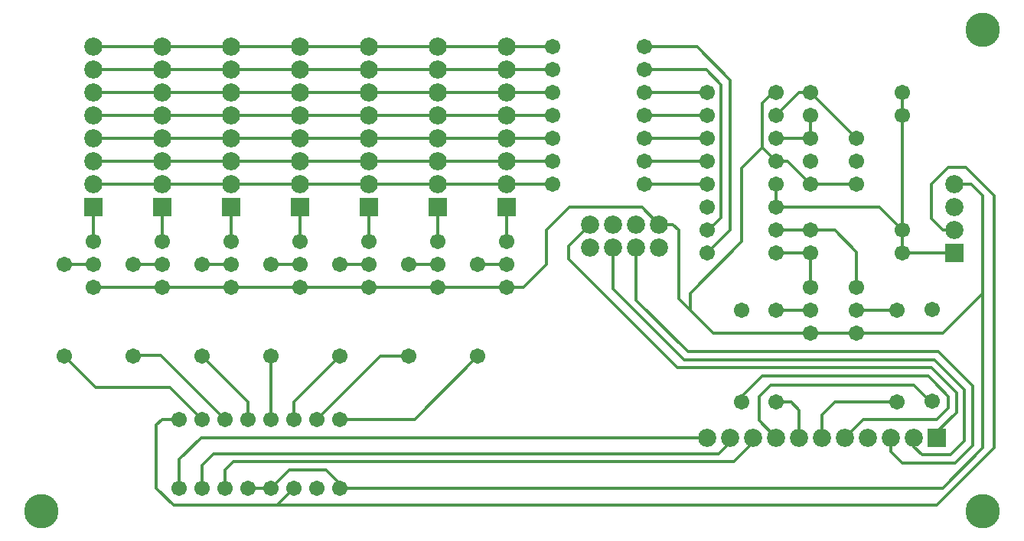
<source format=gbr>
G04 #@! TF.FileFunction,Copper,L2,Bot,Signal*
%FSLAX46Y46*%
G04 Gerber Fmt 4.6, Leading zero omitted, Abs format (unit mm)*
G04 Created by KiCad (PCBNEW 4.0.1-stable) date 12/26/16 02:18:00*
%MOMM*%
G01*
G04 APERTURE LIST*
%ADD10C,0.100000*%
%ADD11R,2.016000X2.016000*%
%ADD12C,2.016000*%
%ADD13C,1.716000*%
%ADD14C,3.800000*%
%ADD15C,0.304800*%
G04 APERTURE END LIST*
D10*
D11*
X231140000Y-113792000D03*
D12*
X228600000Y-113792000D03*
X226060000Y-113792000D03*
X223520000Y-113792000D03*
X220980000Y-113792000D03*
X218440000Y-113792000D03*
X215900000Y-113792000D03*
X213360000Y-113792000D03*
X210820000Y-113792000D03*
X208280000Y-113792000D03*
X205740000Y-113792000D03*
X200406000Y-90170000D03*
X200406000Y-92710000D03*
X197866000Y-90170000D03*
X197866000Y-92710000D03*
X195326000Y-90170000D03*
X195326000Y-92710000D03*
X192786000Y-90170000D03*
X192786000Y-92710000D03*
D13*
X222250000Y-83185000D03*
X222250000Y-85725000D03*
X222250000Y-80645000D03*
X217170000Y-99695000D03*
X217170000Y-102235000D03*
X217170000Y-97155000D03*
X222250000Y-99695000D03*
X222250000Y-102235000D03*
X222250000Y-97155000D03*
X217170000Y-83185000D03*
X217170000Y-85725000D03*
X217170000Y-80645000D03*
X137795000Y-94615000D03*
X137795000Y-97155000D03*
X137795000Y-92075000D03*
X145415000Y-94615000D03*
X145415000Y-97155000D03*
X145415000Y-92075000D03*
X153035000Y-94615000D03*
X153035000Y-97155000D03*
X153035000Y-92075000D03*
X160655000Y-94615000D03*
X160655000Y-97155000D03*
X160655000Y-92075000D03*
X168275000Y-94615000D03*
X168275000Y-97155000D03*
X168275000Y-92075000D03*
X175895000Y-94615000D03*
X175895000Y-97155000D03*
X175895000Y-92075000D03*
X183515000Y-94615000D03*
X183515000Y-97155000D03*
X183515000Y-92075000D03*
X227330000Y-75565000D03*
X217170000Y-75565000D03*
X227330000Y-93345000D03*
X217170000Y-93345000D03*
X227330000Y-90805000D03*
X217170000Y-90805000D03*
X227330000Y-78105000D03*
X217170000Y-78105000D03*
X230632000Y-109728000D03*
X230632000Y-99568000D03*
X213360000Y-109855000D03*
X213360000Y-99695000D03*
X226695000Y-109855000D03*
X226695000Y-99695000D03*
X209550000Y-109855000D03*
X209550000Y-99695000D03*
X198755000Y-85725000D03*
X188595000Y-85725000D03*
X198755000Y-83185000D03*
X188595000Y-83185000D03*
X198755000Y-80645000D03*
X188595000Y-80645000D03*
X198755000Y-78105000D03*
X188595000Y-78105000D03*
X198755000Y-75565000D03*
X188595000Y-75565000D03*
X198755000Y-73025000D03*
X188595000Y-73025000D03*
X198755000Y-70485000D03*
X188595000Y-70485000D03*
X134620000Y-104775000D03*
X134620000Y-94615000D03*
X142240000Y-104775000D03*
X142240000Y-94615000D03*
X149860000Y-104775000D03*
X149860000Y-94615000D03*
X157480000Y-104775000D03*
X157480000Y-94615000D03*
X165100000Y-104775000D03*
X165100000Y-94615000D03*
X172720000Y-104775000D03*
X172720000Y-94615000D03*
X180340000Y-104775000D03*
X180340000Y-94615000D03*
X213360000Y-93345000D03*
X213360000Y-90805000D03*
X213360000Y-88265000D03*
X213360000Y-85725000D03*
X213360000Y-83185000D03*
X213360000Y-80645000D03*
X213360000Y-78105000D03*
X213360000Y-75565000D03*
X205740000Y-75565000D03*
X205740000Y-78105000D03*
X205740000Y-80645000D03*
X205740000Y-83185000D03*
X205740000Y-85725000D03*
X205740000Y-88265000D03*
X205740000Y-90805000D03*
X205740000Y-93345000D03*
X147320000Y-119380000D03*
X149860000Y-119380000D03*
X152400000Y-119380000D03*
X154940000Y-119380000D03*
X157480000Y-119380000D03*
X160020000Y-119380000D03*
X162560000Y-119380000D03*
X165100000Y-119380000D03*
X165100000Y-111760000D03*
X162560000Y-111760000D03*
X160020000Y-111760000D03*
X157480000Y-111760000D03*
X154940000Y-111760000D03*
X152400000Y-111760000D03*
X149860000Y-111760000D03*
X147320000Y-111760000D03*
D12*
X137795000Y-80645000D03*
X137795000Y-83185000D03*
X137795000Y-85725000D03*
D11*
X137795000Y-88265000D03*
D12*
X137795000Y-78105000D03*
X137795000Y-75565000D03*
X137795000Y-73025000D03*
X137795000Y-70485000D03*
X145415000Y-80645000D03*
X145415000Y-83185000D03*
X145415000Y-85725000D03*
D11*
X145415000Y-88265000D03*
D12*
X145415000Y-78105000D03*
X145415000Y-75565000D03*
X145415000Y-73025000D03*
X145415000Y-70485000D03*
X153035000Y-80645000D03*
X153035000Y-83185000D03*
X153035000Y-85725000D03*
D11*
X153035000Y-88265000D03*
D12*
X153035000Y-78105000D03*
X153035000Y-75565000D03*
X153035000Y-73025000D03*
X153035000Y-70485000D03*
X160655000Y-80645000D03*
X160655000Y-83185000D03*
X160655000Y-85725000D03*
D11*
X160655000Y-88265000D03*
D12*
X160655000Y-78105000D03*
X160655000Y-75565000D03*
X160655000Y-73025000D03*
X160655000Y-70485000D03*
X168275000Y-80645000D03*
X168275000Y-83185000D03*
X168275000Y-85725000D03*
D11*
X168275000Y-88265000D03*
D12*
X168275000Y-78105000D03*
X168275000Y-75565000D03*
X168275000Y-73025000D03*
X168275000Y-70485000D03*
X175895000Y-80645000D03*
X175895000Y-83185000D03*
X175895000Y-85725000D03*
D11*
X175895000Y-88265000D03*
D12*
X175895000Y-78105000D03*
X175895000Y-75565000D03*
X175895000Y-73025000D03*
X175895000Y-70485000D03*
X183515000Y-80645000D03*
X183515000Y-83185000D03*
X183515000Y-85725000D03*
D11*
X183515000Y-88265000D03*
D12*
X183515000Y-78105000D03*
X183515000Y-75565000D03*
X183515000Y-73025000D03*
X183515000Y-70485000D03*
D11*
X233045000Y-93345000D03*
D12*
X233045000Y-90805000D03*
X233045000Y-88265000D03*
X233045000Y-85725000D03*
D14*
X236220000Y-68580000D03*
X132080000Y-121920000D03*
X236220000Y-121920000D03*
D15*
X158115000Y-121285000D02*
X231140000Y-121285000D01*
X231775000Y-90805000D02*
X233045000Y-90805000D01*
X230505000Y-89535000D02*
X231775000Y-90805000D01*
X230505000Y-85725000D02*
X230505000Y-89535000D01*
X232410000Y-83820000D02*
X230505000Y-85725000D01*
X234315000Y-83820000D02*
X232410000Y-83820000D01*
X237490000Y-86995000D02*
X234315000Y-83820000D01*
X237490000Y-114935000D02*
X237490000Y-86995000D01*
X231140000Y-121285000D02*
X237490000Y-114935000D01*
X147320000Y-111760000D02*
X145415000Y-111760000D01*
X158115000Y-121285000D02*
X160020000Y-119380000D01*
X146685000Y-121285000D02*
X158115000Y-121285000D01*
X144780000Y-119380000D02*
X146685000Y-121285000D01*
X144780000Y-112395000D02*
X144780000Y-119380000D01*
X145415000Y-111760000D02*
X144780000Y-112395000D01*
X222250000Y-85725000D02*
X217170000Y-85725000D01*
X217170000Y-85725000D02*
X214630000Y-83185000D01*
X214630000Y-83185000D02*
X213360000Y-83185000D01*
X203835000Y-99695000D02*
X203835000Y-97790000D01*
X209550000Y-83947000D02*
X211836000Y-81661000D01*
X209550000Y-92075000D02*
X209550000Y-83947000D01*
X203835000Y-97790000D02*
X209550000Y-92075000D01*
X183515000Y-97155000D02*
X185420000Y-97155000D01*
X198501000Y-88265000D02*
X200406000Y-90170000D01*
X190500000Y-88265000D02*
X198501000Y-88265000D01*
X187960000Y-90805000D02*
X190500000Y-88265000D01*
X187960000Y-94615000D02*
X187960000Y-90805000D01*
X185420000Y-97155000D02*
X187960000Y-94615000D01*
X200406000Y-90170000D02*
X201930000Y-90170000D01*
X201930000Y-90170000D02*
X202565000Y-90805000D01*
X202565000Y-90805000D02*
X202565000Y-98425000D01*
X202565000Y-98425000D02*
X203835000Y-99695000D01*
X203835000Y-99695000D02*
X206375000Y-102235000D01*
X206375000Y-102235000D02*
X217170000Y-102235000D01*
X222250000Y-102235000D02*
X231775000Y-102235000D01*
X231775000Y-102235000D02*
X236220000Y-97790000D01*
X165100000Y-119380000D02*
X231775000Y-119380000D01*
X231775000Y-119380000D02*
X236220000Y-114935000D01*
X236220000Y-114935000D02*
X236220000Y-97790000D01*
X234950000Y-85725000D02*
X233045000Y-85725000D01*
X236220000Y-97790000D02*
X236220000Y-86995000D01*
X236220000Y-86995000D02*
X234950000Y-85725000D01*
X213360000Y-75565000D02*
X212979000Y-75565000D01*
X212979000Y-75565000D02*
X211836000Y-76708000D01*
X211836000Y-76708000D02*
X211836000Y-81661000D01*
X211836000Y-81661000D02*
X213360000Y-83185000D01*
X213360000Y-83185000D02*
X213741000Y-83185000D01*
X154940000Y-119380000D02*
X157480000Y-119380000D01*
X165100000Y-119380000D02*
X165100000Y-118872000D01*
X165100000Y-118872000D02*
X163576000Y-117348000D01*
X163576000Y-117348000D02*
X159512000Y-117348000D01*
X159512000Y-117348000D02*
X157480000Y-119380000D01*
X217170000Y-102235000D02*
X222250000Y-102235000D01*
X137795000Y-97155000D02*
X145415000Y-97155000D01*
X145415000Y-97155000D02*
X153035000Y-97155000D01*
X153035000Y-97155000D02*
X160655000Y-97155000D01*
X160655000Y-97155000D02*
X168275000Y-97155000D01*
X168275000Y-97155000D02*
X175895000Y-97155000D01*
X175895000Y-97155000D02*
X183515000Y-97155000D01*
X231140000Y-113792000D02*
X231140000Y-113157000D01*
X231140000Y-113157000D02*
X233299000Y-110998000D01*
X233299000Y-110998000D02*
X233299000Y-108839000D01*
X233299000Y-108839000D02*
X230505000Y-106045000D01*
X230505000Y-106045000D02*
X202438000Y-106045000D01*
X202438000Y-106045000D02*
X190373000Y-93980000D01*
X190373000Y-93980000D02*
X190373000Y-92583000D01*
X190373000Y-92583000D02*
X192786000Y-90170000D01*
X228600000Y-113792000D02*
X228600000Y-114808000D01*
X195326000Y-97282000D02*
X195326000Y-92710000D01*
X203200000Y-105156000D02*
X195326000Y-97282000D01*
X230886000Y-105156000D02*
X203200000Y-105156000D01*
X234188000Y-108458000D02*
X230886000Y-105156000D01*
X234188000Y-114173000D02*
X234188000Y-108458000D01*
X232664000Y-115697000D02*
X234188000Y-114173000D01*
X229489000Y-115697000D02*
X232664000Y-115697000D01*
X228600000Y-114808000D02*
X229489000Y-115697000D01*
X197866000Y-92710000D02*
X197866000Y-98552000D01*
X226060000Y-115316000D02*
X226060000Y-113792000D01*
X227330000Y-116586000D02*
X226060000Y-115316000D01*
X233172000Y-116586000D02*
X227330000Y-116586000D01*
X235077000Y-114681000D02*
X233172000Y-116586000D01*
X235077000Y-108077000D02*
X235077000Y-114681000D01*
X231267000Y-104267000D02*
X235077000Y-108077000D01*
X203581000Y-104267000D02*
X231267000Y-104267000D01*
X197866000Y-98552000D02*
X203581000Y-104267000D01*
X211772500Y-106997500D02*
X230187500Y-106997500D01*
X230187500Y-106997500D02*
X230759000Y-107569000D01*
X209550000Y-109855000D02*
X209550000Y-109220000D01*
X209550000Y-109220000D02*
X211772500Y-106997500D01*
X230759000Y-107569000D02*
X232410000Y-109220000D01*
X232410000Y-109220000D02*
X232410000Y-110490000D01*
X232410000Y-110490000D02*
X231140000Y-111760000D01*
X231140000Y-111760000D02*
X223012000Y-111760000D01*
X223012000Y-111760000D02*
X220980000Y-113792000D01*
X226695000Y-109855000D02*
X219837000Y-109855000D01*
X218440000Y-111252000D02*
X218440000Y-113792000D01*
X219837000Y-109855000D02*
X218440000Y-111252000D01*
X213360000Y-109855000D02*
X215011000Y-109855000D01*
X215900000Y-110744000D02*
X215900000Y-113792000D01*
X215011000Y-109855000D02*
X215900000Y-110744000D01*
X230632000Y-109728000D02*
X230378000Y-109728000D01*
X230378000Y-109728000D02*
X228600000Y-107950000D01*
X228600000Y-107950000D02*
X212725000Y-107950000D01*
X212725000Y-107950000D02*
X211455000Y-109220000D01*
X211455000Y-109220000D02*
X211455000Y-111887000D01*
X211455000Y-111887000D02*
X213360000Y-113792000D01*
X210820000Y-113792000D02*
X210820000Y-114300000D01*
X210820000Y-114300000D02*
X208661000Y-116459000D01*
X208661000Y-116459000D02*
X153289000Y-116459000D01*
X153289000Y-116459000D02*
X152400000Y-117348000D01*
X152400000Y-117348000D02*
X152400000Y-119380000D01*
X208280000Y-113792000D02*
X208280000Y-114300000D01*
X208280000Y-114300000D02*
X207010000Y-115570000D01*
X207010000Y-115570000D02*
X151130000Y-115570000D01*
X151130000Y-115570000D02*
X149860000Y-116840000D01*
X149860000Y-116840000D02*
X149860000Y-119380000D01*
X205740000Y-113792000D02*
X149733000Y-113792000D01*
X147320000Y-116205000D02*
X147320000Y-119380000D01*
X149733000Y-113792000D02*
X147320000Y-116205000D01*
X230632000Y-99568000D02*
X230378000Y-99568000D01*
X217170000Y-75565000D02*
X222250000Y-80645000D01*
X213360000Y-78105000D02*
X215900000Y-75565000D01*
X215900000Y-75565000D02*
X217170000Y-75565000D01*
X217170000Y-99695000D02*
X213360000Y-99695000D01*
X217170000Y-93345000D02*
X217170000Y-97155000D01*
X217170000Y-93345000D02*
X213360000Y-93345000D01*
X222250000Y-99695000D02*
X226695000Y-99695000D01*
X217170000Y-90805000D02*
X219837000Y-90805000D01*
X222250000Y-93218000D02*
X222250000Y-97155000D01*
X219837000Y-90805000D02*
X222250000Y-93218000D01*
X217170000Y-90805000D02*
X213360000Y-90805000D01*
X217170000Y-78105000D02*
X217170000Y-80645000D01*
X217170000Y-80645000D02*
X213360000Y-80645000D01*
X137795000Y-94615000D02*
X134620000Y-94615000D01*
X137795000Y-88265000D02*
X137795000Y-92075000D01*
X145415000Y-94615000D02*
X142240000Y-94615000D01*
X145415000Y-92075000D02*
X145415000Y-88265000D01*
X153035000Y-94615000D02*
X149860000Y-94615000D01*
X153035000Y-88265000D02*
X153035000Y-92075000D01*
X160655000Y-94615000D02*
X157480000Y-94615000D01*
X160655000Y-92075000D02*
X160655000Y-88265000D01*
X168275000Y-94615000D02*
X165100000Y-94615000D01*
X168275000Y-88265000D02*
X168275000Y-92075000D01*
X175895000Y-94615000D02*
X172720000Y-94615000D01*
X175895000Y-92075000D02*
X175895000Y-88265000D01*
X183515000Y-94615000D02*
X180340000Y-94615000D01*
X183515000Y-88265000D02*
X183515000Y-92075000D01*
X227330000Y-78105000D02*
X227330000Y-90805000D01*
X213360000Y-88265000D02*
X224790000Y-88265000D01*
X224790000Y-88265000D02*
X227330000Y-90805000D01*
X227330000Y-75565000D02*
X227330000Y-78105000D01*
X233045000Y-93345000D02*
X227330000Y-93345000D01*
X213360000Y-85725000D02*
X213360000Y-88265000D01*
X227330000Y-90805000D02*
X227330000Y-93345000D01*
X198755000Y-85725000D02*
X205740000Y-85725000D01*
X188595000Y-85725000D02*
X183515000Y-85725000D01*
X183515000Y-85725000D02*
X175895000Y-85725000D01*
X175895000Y-85725000D02*
X168275000Y-85725000D01*
X168275000Y-85725000D02*
X160655000Y-85725000D01*
X160655000Y-85725000D02*
X153035000Y-85725000D01*
X153035000Y-85725000D02*
X145415000Y-85725000D01*
X145415000Y-85725000D02*
X137795000Y-85725000D01*
X205740000Y-83185000D02*
X198755000Y-83185000D01*
X137795000Y-83185000D02*
X145415000Y-83185000D01*
X145415000Y-83185000D02*
X153035000Y-83185000D01*
X153035000Y-83185000D02*
X160655000Y-83185000D01*
X160655000Y-83185000D02*
X168275000Y-83185000D01*
X168275000Y-83185000D02*
X175895000Y-83185000D01*
X175895000Y-83185000D02*
X183515000Y-83185000D01*
X183515000Y-83185000D02*
X188595000Y-83185000D01*
X198755000Y-80645000D02*
X205740000Y-80645000D01*
X188595000Y-80645000D02*
X183515000Y-80645000D01*
X183515000Y-80645000D02*
X175895000Y-80645000D01*
X175895000Y-80645000D02*
X168275000Y-80645000D01*
X168275000Y-80645000D02*
X160655000Y-80645000D01*
X160655000Y-80645000D02*
X153035000Y-80645000D01*
X153035000Y-80645000D02*
X145415000Y-80645000D01*
X145415000Y-80645000D02*
X137795000Y-80645000D01*
X205740000Y-78105000D02*
X198755000Y-78105000D01*
X137795000Y-78105000D02*
X145415000Y-78105000D01*
X145415000Y-78105000D02*
X153035000Y-78105000D01*
X153035000Y-78105000D02*
X160655000Y-78105000D01*
X160655000Y-78105000D02*
X168275000Y-78105000D01*
X168275000Y-78105000D02*
X175895000Y-78105000D01*
X175895000Y-78105000D02*
X183515000Y-78105000D01*
X183515000Y-78105000D02*
X188595000Y-78105000D01*
X198755000Y-75565000D02*
X205740000Y-75565000D01*
X188595000Y-75565000D02*
X183515000Y-75565000D01*
X183515000Y-75565000D02*
X175895000Y-75565000D01*
X175895000Y-75565000D02*
X168275000Y-75565000D01*
X168275000Y-75565000D02*
X160655000Y-75565000D01*
X160655000Y-75565000D02*
X153035000Y-75565000D01*
X153035000Y-75565000D02*
X145415000Y-75565000D01*
X145415000Y-75565000D02*
X137795000Y-75565000D01*
X205740000Y-90805000D02*
X205867000Y-90805000D01*
X205867000Y-90805000D02*
X207264000Y-89408000D01*
X207264000Y-89408000D02*
X207264000Y-74676000D01*
X207264000Y-74676000D02*
X205613000Y-73025000D01*
X205613000Y-73025000D02*
X198755000Y-73025000D01*
X137795000Y-73025000D02*
X145415000Y-73025000D01*
X145415000Y-73025000D02*
X153035000Y-73025000D01*
X153035000Y-73025000D02*
X160655000Y-73025000D01*
X160655000Y-73025000D02*
X168275000Y-73025000D01*
X168275000Y-73025000D02*
X175895000Y-73025000D01*
X175895000Y-73025000D02*
X183515000Y-73025000D01*
X183515000Y-73025000D02*
X188595000Y-73025000D01*
X198755000Y-70485000D02*
X204597000Y-70485000D01*
X208280000Y-90805000D02*
X205740000Y-93345000D01*
X208280000Y-74168000D02*
X208280000Y-90805000D01*
X204597000Y-70485000D02*
X208280000Y-74168000D01*
X137795000Y-70485000D02*
X145415000Y-70485000D01*
X145415000Y-70485000D02*
X153035000Y-70485000D01*
X153035000Y-70485000D02*
X160655000Y-70485000D01*
X160655000Y-70485000D02*
X168275000Y-70485000D01*
X168275000Y-70485000D02*
X175895000Y-70485000D01*
X175895000Y-70485000D02*
X183515000Y-70485000D01*
X183515000Y-70485000D02*
X188595000Y-70485000D01*
X149860000Y-111760000D02*
X146304000Y-108204000D01*
X138049000Y-108204000D02*
X134620000Y-104775000D01*
X146304000Y-108204000D02*
X138049000Y-108204000D01*
X152400000Y-111760000D02*
X145288000Y-104648000D01*
X145288000Y-104648000D02*
X142367000Y-104648000D01*
X142367000Y-104648000D02*
X142240000Y-104775000D01*
X154940000Y-111760000D02*
X154940000Y-109855000D01*
X154940000Y-109855000D02*
X149860000Y-104775000D01*
X157480000Y-104775000D02*
X157480000Y-111760000D01*
X160020000Y-111760000D02*
X160020000Y-109855000D01*
X160020000Y-109855000D02*
X165100000Y-104775000D01*
X172720000Y-104775000D02*
X169545000Y-104775000D01*
X169545000Y-104775000D02*
X162560000Y-111760000D01*
X165100000Y-111760000D02*
X173355000Y-111760000D01*
X173355000Y-111760000D02*
X180340000Y-104775000D01*
M02*

</source>
